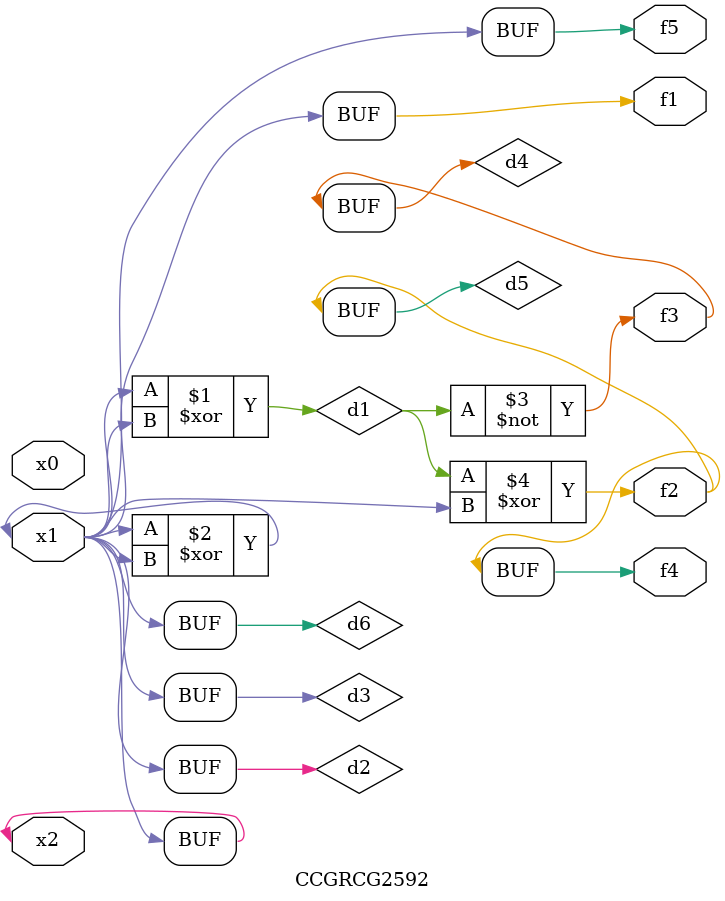
<source format=v>
module CCGRCG2592(
	input x0, x1, x2,
	output f1, f2, f3, f4, f5
);

	wire d1, d2, d3, d4, d5, d6;

	xor (d1, x1, x2);
	buf (d2, x1, x2);
	xor (d3, x1, x2);
	nor (d4, d1);
	xor (d5, d1, d2);
	buf (d6, d2, d3);
	assign f1 = d6;
	assign f2 = d5;
	assign f3 = d4;
	assign f4 = d5;
	assign f5 = d6;
endmodule

</source>
